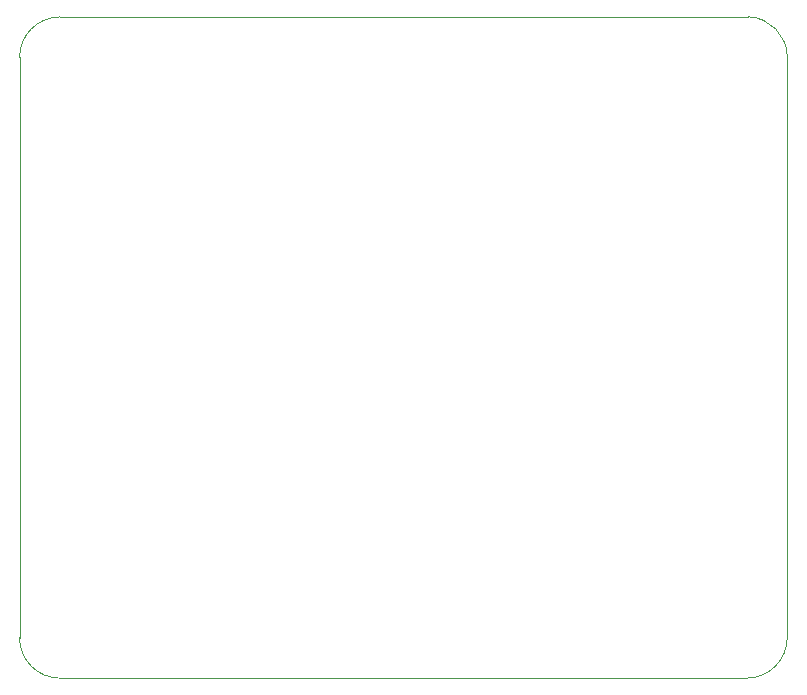
<source format=gm1>
G04 #@! TF.GenerationSoftware,KiCad,Pcbnew,7.0.8*
G04 #@! TF.CreationDate,2024-10-23T16:16:12+09:00*
G04 #@! TF.ProjectId,hat.pa30,6861742e-7061-4333-902e-6b696361645f,rev?*
G04 #@! TF.SameCoordinates,Original*
G04 #@! TF.FileFunction,Profile,NP*
%FSLAX46Y46*%
G04 Gerber Fmt 4.6, Leading zero omitted, Abs format (unit mm)*
G04 Created by KiCad (PCBNEW 7.0.8) date 2024-10-23 16:16:12*
%MOMM*%
%LPD*%
G01*
G04 APERTURE LIST*
G04 #@! TA.AperFunction,Profile*
%ADD10C,0.050000*%
G04 #@! TD*
G04 APERTURE END LIST*
D10*
X177915331Y-130925331D02*
G75*
G03*
X181344331Y-127496331I-1J3429001D01*
G01*
X116343669Y-127496331D02*
G75*
G03*
X119772669Y-130925331I3429001J1D01*
G01*
X119772669Y-74941669D02*
G75*
G03*
X116343669Y-78370669I1J-3429001D01*
G01*
X181356000Y-78359000D02*
G75*
G03*
X178053913Y-74932349I-3429000J0D01*
G01*
X119772669Y-74941669D02*
X178054000Y-74930000D01*
X116343669Y-127496331D02*
X116343669Y-78370669D01*
X177915331Y-130925331D02*
X119772669Y-130925331D01*
X181356000Y-89408000D02*
X181344331Y-127496331D01*
X181356000Y-78359000D02*
X181356000Y-89408000D01*
M02*

</source>
